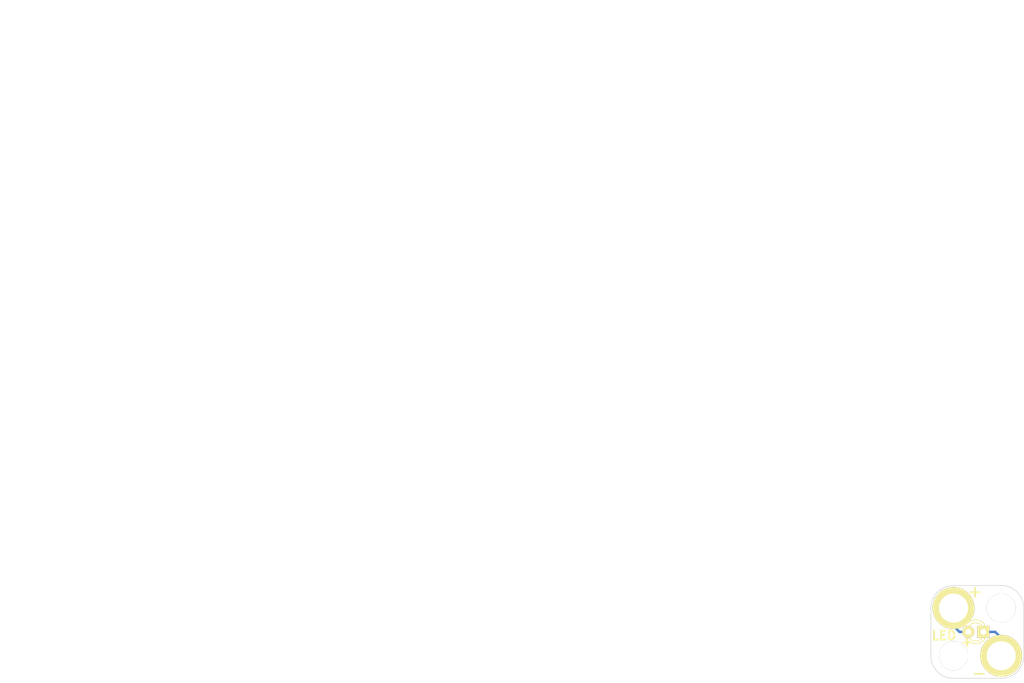
<source format=kicad_pcb>
(kicad_pcb (version 4) (host pcbnew "(2015-08-15 BZR 6092)-product")

  (general
    (links 2)
    (no_connects 0)
    (area -1.100001 -1.100001 171.050001 113.45)
    (thickness 1.6)
    (drawings 14)
    (tracks 6)
    (zones 0)
    (modules 6)
    (nets 3)
  )

  (page A4)
  (layers
    (0 F.Cu signal)
    (31 B.Cu signal)
    (32 B.Adhes user)
    (33 F.Adhes user)
    (34 B.Paste user)
    (35 F.Paste user)
    (36 B.SilkS user)
    (37 F.SilkS user)
    (38 B.Mask user)
    (39 F.Mask user)
    (40 Dwgs.User user)
    (41 Cmts.User user)
    (42 Eco1.User user)
    (43 Eco2.User user hide)
    (44 Edge.Cuts user)
    (45 Margin user)
    (46 B.CrtYd user hide)
    (47 F.CrtYd user)
    (48 B.Fab user)
    (49 F.Fab user hide)
  )

  (setup
    (last_trace_width 0.25)
    (user_trace_width 0.254)
    (user_trace_width 0.3048)
    (user_trace_width 0.4064)
    (user_trace_width 0.6096)
    (trace_clearance 0.2)
    (zone_clearance 0.508)
    (zone_45_only no)
    (trace_min 0.2)
    (segment_width 0.2)
    (edge_width 0.1)
    (via_size 0.6)
    (via_drill 0.4)
    (via_min_size 0.4)
    (via_min_drill 0.3)
    (uvia_size 0.3)
    (uvia_drill 0.1)
    (uvias_allowed no)
    (uvia_min_size 0.2)
    (uvia_min_drill 0.1)
    (pcb_text_width 0.3)
    (pcb_text_size 1.5 1.5)
    (mod_edge_width 0.15)
    (mod_text_size 1 1)
    (mod_text_width 0.15)
    (pad_size 4.8768 4.8768)
    (pad_drill 4.8768)
    (pad_to_mask_clearance 0)
    (aux_axis_origin 0 0)
    (visible_elements 7FFFFFFF)
    (pcbplotparams
      (layerselection 0x010f0_80000001)
      (usegerberextensions false)
      (excludeedgelayer true)
      (linewidth 0.100000)
      (plotframeref false)
      (viasonmask false)
      (mode 1)
      (useauxorigin false)
      (hpglpennumber 1)
      (hpglpenspeed 20)
      (hpglpendiameter 15)
      (hpglpenoverlay 2)
      (psnegative false)
      (psa4output false)
      (plotreference true)
      (plotvalue true)
      (plotinvisibletext false)
      (padsonsilk false)
      (subtractmaskfromsilk false)
      (outputformat 1)
      (mirror false)
      (drillshape 0)
      (scaleselection 1)
      (outputdirectory gerber/))
  )

  (net 0 "")
  (net 1 "Net-(D1-Pad2)")
  (net 2 "Net-(D1-Pad1)")

  (net_class Default "This is the default net class."
    (clearance 0.2)
    (trace_width 0.25)
    (via_dia 0.6)
    (via_drill 0.4)
    (uvia_dia 0.3)
    (uvia_drill 0.1)
    (add_net "Net-(D1-Pad1)")
    (add_net "Net-(D1-Pad2)")
  )

  (module LEDs:LED-3MM (layer F.Cu) (tedit 56ADA0C5) (tstamp 56AD9317)
    (at 164 105 180)
    (descr "LED 3mm round vertical")
    (tags "LED  3mm round vertical")
    (path /566E0899)
    (fp_text reference D1 (at 1.91 3.06 180) (layer F.SilkS) hide
      (effects (font (size 1 1) (thickness 0.15)))
    )
    (fp_text value LED (at 1.3 -2.9 180) (layer F.Fab)
      (effects (font (size 1 1) (thickness 0.15)))
    )
    (fp_line (start -1.2 2.3) (end 3.8 2.3) (layer F.CrtYd) (width 0.05))
    (fp_line (start 3.8 2.3) (end 3.8 -2.2) (layer F.CrtYd) (width 0.05))
    (fp_line (start 3.8 -2.2) (end -1.2 -2.2) (layer F.CrtYd) (width 0.05))
    (fp_line (start -1.2 -2.2) (end -1.2 2.3) (layer F.CrtYd) (width 0.05))
    (fp_line (start -0.199 1.314) (end -0.199 1.114) (layer F.SilkS) (width 0.15))
    (fp_line (start -0.199 -1.28) (end -0.199 -1.1) (layer F.SilkS) (width 0.15))
    (fp_arc (start 1.301 0.034) (end -0.199 -1.286) (angle 108.5) (layer F.SilkS) (width 0.15))
    (fp_arc (start 1.301 0.034) (end 0.25 -1.1) (angle 85.7) (layer F.SilkS) (width 0.15))
    (fp_arc (start 1.311 0.034) (end 3.051 0.994) (angle 110) (layer F.SilkS) (width 0.15))
    (fp_arc (start 1.301 0.034) (end 2.335 1.094) (angle 87.5) (layer F.SilkS) (width 0.15))
    (pad 1 thru_hole rect (at 0 0 270) (size 2 2) (drill 1.00076) (layers *.Cu *.Mask F.SilkS)
      (net 2 "Net-(D1-Pad1)"))
    (pad 2 thru_hole circle (at 2.54 0 180) (size 2 2) (drill 1.00076) (layers *.Cu *.Mask F.SilkS)
      (net 1 "Net-(D1-Pad2)"))
    (model LEDs.3dshapes/LED-3MM.wrl
      (at (xyz 0.05 0 0))
      (scale (xyz 1 1 1))
      (rotate (xyz 0 0 90))
    )
  )

  (module Lego_Pad (layer F.Cu) (tedit 56C378CA) (tstamp 56AD931C)
    (at 159 101)
    (descr "Through hole pin header")
    (tags "pin header")
    (path /56AD93F6)
    (fp_text reference P1 (at 0 0) (layer F.SilkS) hide
      (effects (font (size 1 1) (thickness 0.15)))
    )
    (fp_text value Pad (at 0 -1.27) (layer F.Fab)
      (effects (font (size 1 1) (thickness 0.15)))
    )
    (pad 1 thru_hole circle (at 0 0) (size 7 7) (drill 4.8768) (layers *.Cu *.Mask F.SilkS)
      (net 1 "Net-(D1-Pad2)"))
    (model Pin_Headers.3dshapes/Pin_Header_Straight_1x01.wrl
      (at (xyz 0 0 0))
      (scale (xyz 1 1 1))
      (rotate (xyz 0 0 90))
    )
  )

  (module myFootPrints:Lego_Pad (layer F.Cu) (tedit 56C378D4) (tstamp 56AD97E6)
    (at 167 101)
    (descr "Through hole pin header")
    (tags "pin header")
    (path /566DEFA7)
    (fp_text reference P2 (at 0 0) (layer F.SilkS) hide
      (effects (font (size 1 1) (thickness 0.15)))
    )
    (fp_text value Pad (at 0 -1.27) (layer F.Fab)
      (effects (font (size 1 1) (thickness 0.15)))
    )
    (pad 1 thru_hole circle (at 0 0) (size 4.8768 4.8768) (drill 4.8768) (layers *.Cu *.Mask F.SilkS))
    (model Pin_Headers.3dshapes/Pin_Header_Straight_1x01.wrl
      (at (xyz 0 0 0))
      (scale (xyz 1 1 1))
      (rotate (xyz 0 0 90))
    )
  )

  (module myFootPrints:Lego_Pad (layer F.Cu) (tedit 56C378E6) (tstamp 56AD97EB)
    (at 159 109)
    (descr "Through hole pin header")
    (tags "pin header")
    (path /56AD975B)
    (fp_text reference P3 (at 0 0) (layer F.SilkS) hide
      (effects (font (size 1 1) (thickness 0.15)))
    )
    (fp_text value Pad (at 0 -1.27) (layer F.Fab)
      (effects (font (size 1 1) (thickness 0.15)))
    )
    (pad 1 thru_hole circle (at 0 0) (size 4.8768 4.8768) (drill 4.8768) (layers *.Cu *.Mask F.SilkS))
    (model Pin_Headers.3dshapes/Pin_Header_Straight_1x01.wrl
      (at (xyz 0 0 0))
      (scale (xyz 1 1 1))
      (rotate (xyz 0 0 90))
    )
  )

  (module myFootPrints:Lego_Pad (layer F.Cu) (tedit 56C378DB) (tstamp 56AD97F0)
    (at 167 109)
    (descr "Through hole pin header")
    (tags "pin header")
    (path /56AD9780)
    (fp_text reference P4 (at 0 0) (layer F.SilkS) hide
      (effects (font (size 1 1) (thickness 0.15)))
    )
    (fp_text value Pad (at 0 -1.27) (layer F.Fab)
      (effects (font (size 1 1) (thickness 0.15)))
    )
    (pad 1 thru_hole circle (at 0 0) (size 7 7) (drill 4.8768) (layers *.Cu *.Mask F.SilkS)
      (net 2 "Net-(D1-Pad1)"))
    (model Pin_Headers.3dshapes/Pin_Header_Straight_1x01.wrl
      (at (xyz 0 0 0))
      (scale (xyz 1 1 1))
      (rotate (xyz 0 0 90))
    )
  )

  (module myFootPrints:LEGO (layer F.Cu) (tedit 56C360AC) (tstamp 56AD9E54)
    (at 163 105)
    (fp_text reference REF** (at 0 0.5) (layer F.SilkS) hide
      (effects (font (size 1 1) (thickness 0.15)))
    )
    (fp_text value LEGO (at 0 -0.5) (layer F.Fab)
      (effects (font (size 1 1) (thickness 0.15)))
    )
    (fp_line (start -7.8 4) (end -7.8 -4) (layer Edge.Cuts) (width 0.1))
    (fp_line (start 7.8 -4) (end 7.8 4) (layer Edge.Cuts) (width 0.1))
    (fp_line (start -4 7.8) (end 4 7.8) (layer Edge.Cuts) (width 0.1))
    (fp_line (start -4 -7.8) (end 4 -7.8) (layer Edge.Cuts) (width 0.1))
    (fp_arc (start 4 4) (end 7.8 4) (angle 90) (layer Edge.Cuts) (width 0.1))
    (fp_arc (start 4 -4) (end 4 -7.8) (angle 90) (layer Edge.Cuts) (width 0.1))
    (fp_arc (start -4 4) (end -4 7.8) (angle 90) (layer Edge.Cuts) (width 0.1))
    (fp_arc (start -4 -4) (end -7.8 -4) (angle 90) (layer Edge.Cuts) (width 0.1))
    (fp_circle (center 4 4) (end 6.4 4) (layer Dwgs.User) (width 0.1))
    (fp_circle (center -4 4) (end -6.4 4) (layer Dwgs.User) (width 0.1))
    (fp_circle (center 4 -4) (end 6.4 -4) (layer Dwgs.User) (width 0.1))
    (fp_circle (center -4 -4) (end -6.4 -4) (layer Dwgs.User) (width 0.1))
  )

  (gr_text + (at 161.29 106.68) (layer F.SilkS)
    (effects (font (size 1.5 1.5) (thickness 0.3)))
  )
  (gr_text LED (at 157.4 105.6) (layer F.SilkS)
    (effects (font (size 1.5 1.5) (thickness 0.3)))
  )
  (gr_text - (at 163.3 111.9) (layer F.SilkS)
    (effects (font (size 2 2) (thickness 0.3)))
  )
  (gr_text + (at 162.6 98.2) (layer F.SilkS)
    (effects (font (size 2 2) (thickness 0.3)))
  )
  (gr_line (start -1 0) (end 1 0) (angle 90) (layer Dwgs.User) (width 0.2))
  (gr_line (start 0 -1) (end 0 1) (angle 90) (layer Dwgs.User) (width 0.2))
  (gr_line (start 166 109) (end 168 109) (angle 90) (layer Dwgs.User) (width 0.2))
  (gr_line (start 167 108) (end 167 110) (angle 90) (layer Dwgs.User) (width 0.2))
  (gr_line (start 166 101) (end 168 101) (angle 90) (layer Dwgs.User) (width 0.2))
  (gr_line (start 167 100) (end 167 102) (angle 90) (layer Dwgs.User) (width 0.2))
  (gr_line (start 158 109) (end 160 109) (angle 90) (layer Dwgs.User) (width 0.2))
  (gr_line (start 159 108) (end 159 110) (angle 90) (layer Dwgs.User) (width 0.2))
  (gr_line (start 158 101) (end 160 101) (angle 90) (layer Dwgs.User) (width 0.2))
  (gr_line (start 159 100) (end 159 102) (angle 90) (layer Dwgs.User) (width 0.2))

  (segment (start 159 101) (end 159 104) (width 0.4064) (layer B.Cu) (net 1))
  (segment (start 159 104) (end 160 105) (width 0.4064) (layer B.Cu) (net 1) (tstamp 56AD9EF3))
  (segment (start 160 105) (end 161.46 105) (width 0.4064) (layer B.Cu) (net 1) (tstamp 56AD9EF5))
  (segment (start 164 105) (end 166 105) (width 0.4064) (layer B.Cu) (net 2))
  (segment (start 166 105) (end 167 106) (width 0.4064) (layer B.Cu) (net 2) (tstamp 56AD9F20))
  (segment (start 167 106) (end 167 109) (width 0.4064) (layer B.Cu) (net 2) (tstamp 56AD9F25))

)

</source>
